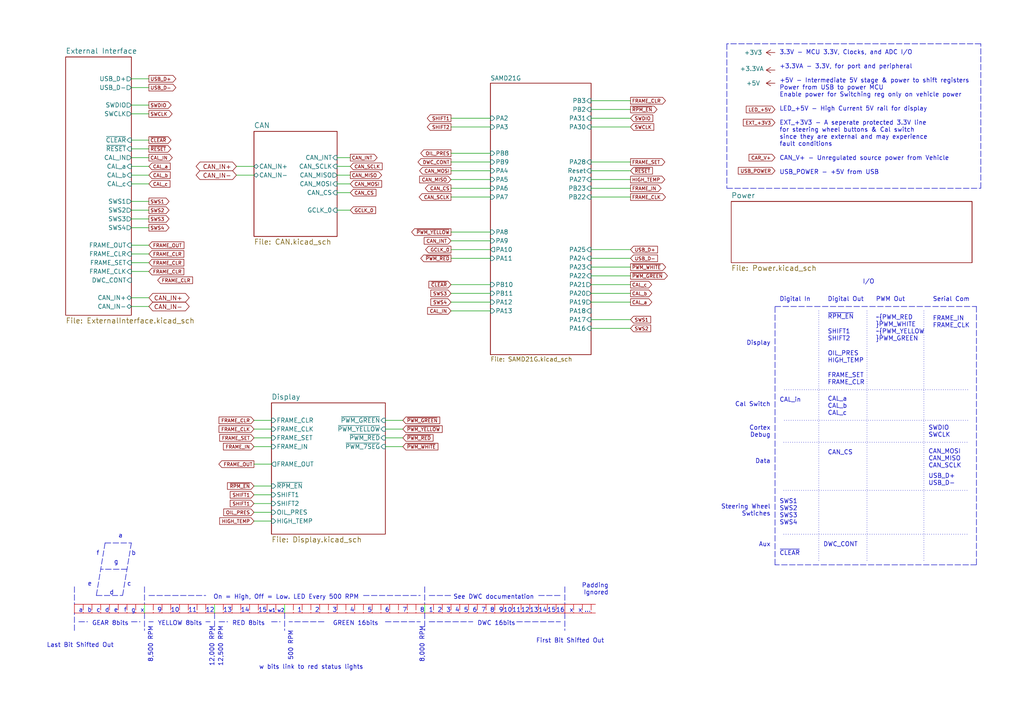
<source format=kicad_sch>
(kicad_sch (version 20211123) (generator eeschema)
  (paper "A4")
  (lib_symbols
    (symbol "power:+3.3V" (power) (pin_names (offset 0))
      (property "Value" "+3.3V" (at 0 3.556 0))
      (symbol "+3.3V_0_1"
        (polyline (pts (xy -0.762 1.27) (xy 0 2.54)))
        (polyline (pts (xy 0 0) (xy 0 2.54)))
        (polyline (pts (xy 0 2.54) (xy 0.762 1.27)))
      )
      (symbol "+3.3V_1_1"
        (pin power_in line (at 0 0 90) (length 0) hide (name "+3V3") (number "1"))
      )
    )
    (symbol "power:+3.3VA" (power) (pin_names (offset 0))
      (property "Value" "+3.3VA" (at 0 3.556 0))
      (symbol "+3.3VA_0_1"
        (polyline (pts (xy -0.762 1.27) (xy 0 2.54)))
        (polyline (pts (xy 0 0) (xy 0 2.54)))
        (polyline (pts (xy 0 2.54) (xy 0.762 1.27)))
      )
      (symbol "+3.3VA_1_1"
        (pin power_in line (at 0 0 90) (length 0) hide (name "+3.3VA") (number "1"))
      )
    )
    (symbol "power:+5V" (power) (pin_names (offset 0))
      (property "Value" "+5V" (at 0 3.556 0))
      (symbol "+5V_0_1"
        (polyline (pts (xy -0.762 1.27) (xy 0 2.54)))
        (polyline (pts (xy 0 0) (xy 0 2.54)))
        (polyline (pts (xy 0 2.54) (xy 0.762 1.27)))
      )
      (symbol "+5V_1_1"
        (pin power_in line (at 0 0 90) (length 0) hide (name "+5V") (number "1"))
      )
    )
  )
  (polyline (pts (xy 227.33 142.24) (xy 280.67 142.24)) (stroke (width 0) (type dot)))
  (wire (pts (xy 171.45 54.61) (xy 182.88 54.61)))
  (polyline (pts (xy 166.37 175.26) (xy 166.37 177.8)) (stroke (width 0) (color 194 0 9 1)))
  (polyline (pts (xy 123.19 175.26) (xy 123.19 177.8)) (stroke (width 0) (type solid) (color 0 255 0 1)))
  (polyline (pts (xy 41.91 170.18) (xy 41.91 175.26)))
  (wire (pts (xy 38.1 78.74) (xy 43.18 78.74)))
  (polyline (pts (xy 124.46 172.72) (xy 130.81 172.72)))
  (wire (pts (xy 38.1 71.12) (xy 43.18 71.12)))
  (wire (pts (xy 97.79 53.34) (xy 101.6 53.34)))
  (polyline (pts (xy 21.59 175.26) (xy 21.59 177.8)) (stroke (width 0) (type solid) (color 194 0 9 1)))
  (polyline (pts (xy 158.75 175.26) (xy 158.75 177.8)) (stroke (width 0) (color 194 0 9 1)))
  (polyline (pts (xy 138.43 175.26) (xy 138.43 177.8)) (stroke (width 0) (color 194 0 9 1)))
  (polyline (pts (xy 115.57 175.26) (xy 115.57 177.8)) (stroke (width 0) (color 194 0 9 1)))
  (wire (pts (xy 130.81 36.83) (xy 142.24 36.83)))
  (wire (pts (xy 38.1 76.2) (xy 43.18 76.2)))
  (polyline (pts (xy 80.01 175.26) (xy 80.01 177.8)) (stroke (width 0) (color 194 0 9 1)))
  (wire (pts (xy 97.79 48.26) (xy 101.6 48.26)))
  (polyline (pts (xy 163.83 177.8) (xy 163.83 182.88)))
  (polyline (pts (xy 92.71 175.26) (xy 92.71 177.8)) (stroke (width 0) (color 194 0 9 1)))
  (wire (pts (xy 171.45 82.55) (xy 182.88 82.55)))
  (polyline (pts (xy 36.83 165.1) (xy 29.21 165.1)))
  (polyline (pts (xy 44.45 175.26) (xy 44.45 177.8)) (stroke (width 0) (color 194 0 9 1)))
  (wire (pts (xy 38.1 73.66) (xy 43.18 73.66)))
  (polyline (pts (xy 30.48 157.48) (xy 27.94 172.72)))
  (wire (pts (xy 73.66 129.54) (xy 78.74 129.54)))
  (polyline (pts (xy 30.48 157.48) (xy 38.1 157.48)))
  (polyline (pts (xy 227.33 154.94) (xy 280.67 154.94)) (stroke (width 0) (type dot)))
  (polyline (pts (xy 57.15 175.26) (xy 57.15 177.8)) (stroke (width 0) (color 194 0 9 1)))
  (polyline (pts (xy 46.99 175.26) (xy 46.99 177.8)) (stroke (width 0) (color 194 0 9 1)))
  (polyline (pts (xy 227.33 128.27) (xy 280.67 128.27)) (stroke (width 0) (type dot)))
  (wire (pts (xy 130.81 54.61) (xy 142.24 54.61)))
  (wire (pts (xy 130.81 85.09) (xy 142.24 85.09)))
  (wire (pts (xy 38.1 60.96) (xy 43.18 60.96)))
  (polyline (pts (xy 43.18 180.34) (xy 44.45 180.34)))
  (polyline (pts (xy 54.61 175.26) (xy 54.61 177.8)) (stroke (width 0) (color 194 0 9 1)))
  (wire (pts (xy 38.1 40.64) (xy 43.18 40.64)))
  (polyline (pts (xy 34.29 175.26) (xy 34.29 177.8)) (stroke (width 0) (color 194 0 9 1)))
  (wire (pts (xy 73.66 148.59) (xy 78.74 148.59)))
  (polyline (pts (xy 21.59 170.18) (xy 21.59 175.26)))
  (wire (pts (xy 97.79 45.72) (xy 101.6 45.72)))
  (polyline (pts (xy 110.49 175.26) (xy 110.49 177.8)) (stroke (width 0) (color 194 0 9 1)))
  (polyline (pts (xy 29.21 175.26) (xy 29.21 177.8)) (stroke (width 0) (color 194 0 9 1)))
  (polyline (pts (xy 156.21 172.72) (xy 162.56 172.72)))
  (polyline (pts (xy 283.21 163.83) (xy 224.79 163.83)))
  (polyline (pts (xy 237.49 90.17) (xy 237.49 162.56)) (stroke (width 0) (type dot)))
  (wire (pts (xy 38.1 63.5) (xy 43.18 63.5)))
  (wire (pts (xy 171.45 92.71) (xy 182.88 92.71)))
  (polyline (pts (xy 130.81 175.26) (xy 130.81 177.8)) (stroke (width 0) (color 194 0 9 1)))
  (wire (pts (xy 171.45 36.83) (xy 182.88 36.83)))
  (polyline (pts (xy 78.74 180.34) (xy 81.28 180.34)))
  (wire (pts (xy 171.45 49.53) (xy 182.88 49.53)))
  (polyline (pts (xy 59.69 180.34) (xy 60.96 180.34)))
  (polyline (pts (xy 87.63 175.26) (xy 87.63 177.8)) (stroke (width 0) (color 194 0 9 1)))
  (polyline (pts (xy 280.67 113.03) (xy 227.33 113.03)) (stroke (width 0) (type dot)))
  (wire (pts (xy 171.45 52.07) (xy 182.88 52.07)))
  (polyline (pts (xy 72.39 175.26) (xy 72.39 177.8)) (stroke (width 0) (color 194 0 9 1)))
  (polyline (pts (xy 26.67 175.26) (xy 26.67 177.8)) (stroke (width 0) (color 194 0 9 1)))
  (polyline (pts (xy 49.53 175.26) (xy 49.53 177.8)) (stroke (width 0) (color 194 0 9 1)))
  (wire (pts (xy 130.81 67.31) (xy 142.24 67.31)))
  (wire (pts (xy 171.45 85.09) (xy 182.88 85.09)))
  (wire (pts (xy 171.45 80.01) (xy 182.88 80.01)))
  (polyline (pts (xy 100.33 175.26) (xy 100.33 177.8)) (stroke (width 0) (color 194 0 9 1)))
  (wire (pts (xy 97.79 55.88) (xy 101.6 55.88)))
  (polyline (pts (xy 210.82 12.7) (xy 210.82 54.61)))
  (polyline (pts (xy 120.65 175.26) (xy 120.65 177.8)) (stroke (width 0) (color 194 0 9 1)))
  (polyline (pts (xy 63.5 180.34) (xy 66.04 180.34)))
  (polyline (pts (xy 210.82 54.61) (xy 284.48 54.61)))
  (polyline (pts (xy 82.55 177.8) (xy 82.55 182.88)))
  (polyline (pts (xy 163.83 175.26) (xy 163.83 177.8)) (stroke (width 0) (type solid) (color 194 0 9 1)))
  (wire (pts (xy 38.1 53.34) (xy 43.18 53.34)))
  (wire (pts (xy 130.81 74.93) (xy 142.24 74.93)))
  (polyline (pts (xy 224.79 163.83) (xy 224.79 88.9)))
  (polyline (pts (xy 90.17 175.26) (xy 90.17 177.8)) (stroke (width 0) (color 194 0 9 1)))
  (polyline (pts (xy 27.94 172.72) (xy 35.56 172.72)))
  (wire (pts (xy 171.45 87.63) (xy 182.88 87.63)))
  (polyline (pts (xy 151.13 175.26) (xy 151.13 177.8)) (stroke (width 0) (color 194 0 9 1)))
  (polyline (pts (xy 52.07 175.26) (xy 52.07 177.8)) (stroke (width 0) (color 194 0 9 1)))
  (wire (pts (xy 38.1 50.8) (xy 43.18 50.8)))
  (wire (pts (xy 130.81 34.29) (xy 142.24 34.29)))
  (wire (pts (xy 38.1 45.72) (xy 43.18 45.72)))
  (polyline (pts (xy 267.97 90.17) (xy 267.97 162.56)) (stroke (width 0) (type dot)))
  (wire (pts (xy 111.76 127) (xy 116.84 127)))
  (polyline (pts (xy 143.51 175.26) (xy 143.51 177.8)) (stroke (width 0) (color 194 0 9 1)))
  (polyline (pts (xy 172.72 175.26) (xy 21.59 175.26)) (stroke (width 0) (type solid) (color 194 0 9 1)))
  (polyline (pts (xy 36.83 175.26) (xy 36.83 177.8)) (stroke (width 0) (color 194 0 9 1)))
  (polyline (pts (xy 69.85 175.26) (xy 69.85 177.8)) (stroke (width 0) (color 194 0 9 1)))
  (wire (pts (xy 38.1 86.36) (xy 43.18 86.36)))
  (wire (pts (xy 73.66 121.92) (xy 78.74 121.92)))
  (wire (pts (xy 111.76 121.92) (xy 116.84 121.92)))
  (polyline (pts (xy 124.46 180.34) (xy 137.16 180.34)))
  (polyline (pts (xy 62.23 175.26) (xy 62.23 177.8)) (stroke (width 0) (type solid) (color 0 255 0 1)))
  (polyline (pts (xy 148.59 175.26) (xy 148.59 177.8)) (stroke (width 0) (color 194 0 9 1)))
  (polyline (pts (xy 118.11 175.26) (xy 118.11 177.8)) (stroke (width 0) (color 194 0 9 1)))
  (polyline (pts (xy 97.79 175.26) (xy 97.79 177.8)) (stroke (width 0) (color 194 0 9 1)))
  (wire (pts (xy 171.45 74.93) (xy 182.88 74.93)))
  (polyline (pts (xy 77.47 175.26) (xy 77.47 177.8)) (stroke (width 0) (color 194 0 9 1)))
  (wire (pts (xy 38.1 30.48) (xy 43.18 30.48)))
  (polyline (pts (xy 74.93 175.26) (xy 74.93 177.8)) (stroke (width 0) (color 194 0 9 1)))
  (polyline (pts (xy 93.98 180.34) (xy 83.82 180.34)))
  (wire (pts (xy 73.66 124.46) (xy 78.74 124.46)))
  (wire (pts (xy 38.1 43.18) (xy 43.18 43.18)))
  (polyline (pts (xy 133.35 175.26) (xy 133.35 177.8)) (stroke (width 0) (color 194 0 9 1)))
  (wire (pts (xy 171.45 46.99) (xy 182.88 46.99)))
  (polyline (pts (xy 149.86 180.34) (xy 162.56 180.34)))
  (polyline (pts (xy 22.86 180.34) (xy 25.4 180.34)))
  (polyline (pts (xy 59.69 175.26) (xy 59.69 177.8)) (stroke (width 0) (color 194 0 9 1)))
  (polyline (pts (xy 153.67 175.26) (xy 153.67 177.8)) (stroke (width 0) (color 194 0 9 1)))
  (polyline (pts (xy 102.87 175.26) (xy 102.87 177.8)) (stroke (width 0) (color 194 0 9 1)))
  (wire (pts (xy 73.66 143.51) (xy 78.74 143.51)))
  (polyline (pts (xy 41.91 175.26) (xy 41.91 177.8)) (stroke (width 0) (type solid) (color 0 255 0 1)))
  (wire (pts (xy 73.66 127) (xy 78.74 127)))
  (polyline (pts (xy 24.13 175.26) (xy 24.13 177.8)) (stroke (width 0) (color 194 0 9 1)))
  (wire (pts (xy 38.1 66.04) (xy 43.18 66.04)))
  (wire (pts (xy 73.66 146.05) (xy 78.74 146.05)))
  (wire (pts (xy 97.79 50.8) (xy 101.6 50.8)))
  (wire (pts (xy 68.58 50.8) (xy 73.66 50.8)))
  (polyline (pts (xy 123.19 170.18) (xy 123.19 175.26)))
  (wire (pts (xy 68.58 48.26) (xy 73.66 48.26)))
  (polyline (pts (xy 156.21 175.26) (xy 156.21 177.8)) (stroke (width 0) (color 194 0 9 1)))
  (wire (pts (xy 38.1 58.42) (xy 43.18 58.42)))
  (polyline (pts (xy 161.29 175.26) (xy 161.29 177.8)) (stroke (width 0) (color 194 0 9 1)))
  (wire (pts (xy 73.66 134.62) (xy 78.74 134.62)))
  (wire (pts (xy 111.76 129.54) (xy 116.84 129.54)))
  (polyline (pts (xy 146.05 175.26) (xy 146.05 177.8)) (stroke (width 0) (color 194 0 9 1)))
  (wire (pts (xy 97.79 60.96) (xy 101.6 60.96)))
  (polyline (pts (xy 64.77 175.26) (xy 64.77 177.8)) (stroke (width 0) (color 194 0 9 1)))
  (polyline (pts (xy 105.41 175.26) (xy 105.41 177.8)) (stroke (width 0) (color 194 0 9 1)))
  (wire (pts (xy 73.66 151.13) (xy 78.74 151.13)))
  (wire (pts (xy 171.45 34.29) (xy 182.88 34.29)))
  (wire (pts (xy 171.45 29.21) (xy 182.88 29.21)))
  (wire (pts (xy 38.1 25.4) (xy 43.18 25.4)))
  (wire (pts (xy 171.45 57.15) (xy 182.88 57.15)))
  (wire (pts (xy 111.76 124.46) (xy 116.84 124.46)))
  (polyline (pts (xy 38.1 157.48) (xy 35.56 172.72)))
  (polyline (pts (xy 171.45 175.26) (xy 171.45 177.8)) (stroke (width 0) (color 194 0 9 1)))
  (wire (pts (xy 130.81 52.07) (xy 142.24 52.07)))
  (wire (pts (xy 130.81 49.53) (xy 142.24 49.53)))
  (polyline (pts (xy 284.48 12.7) (xy 210.82 12.7)))
  (wire (pts (xy 130.81 57.15) (xy 142.24 57.15)))
  (polyline (pts (xy 67.31 175.26) (xy 67.31 177.8)) (stroke (width 0) (color 194 0 9 1)))
  (polyline (pts (xy 172.72 177.8) (xy 21.59 177.8)) (stroke (width 0) (type solid) (color 194 0 9 1)))
  (polyline (pts (xy 113.03 175.26) (xy 113.03 177.8)) (stroke (width 0) (color 194 0 9 1)))
  (polyline (pts (xy 39.37 175.26) (xy 39.37 177.8)) (stroke (width 0) (color 194 0 9 1)))
  (wire (pts (xy 130.81 72.39) (xy 142.24 72.39)))
  (wire (pts (xy 130.81 87.63) (xy 142.24 87.63)))
  (polyline (pts (xy 224.79 88.9) (xy 283.21 88.9)))
  (wire (pts (xy 130.81 82.55) (xy 142.24 82.55)))
  (wire (pts (xy 38.1 22.86) (xy 43.18 22.86)))
  (polyline (pts (xy 128.27 175.26) (xy 128.27 177.8)) (stroke (width 0) (color 194 0 9 1)))
  (wire (pts (xy 171.45 31.75) (xy 182.88 31.75)))
  (polyline (pts (xy 111.76 180.34) (xy 121.92 180.34)))
  (wire (pts (xy 130.81 44.45) (xy 142.24 44.45)))
  (polyline (pts (xy 135.89 175.26) (xy 135.89 177.8)) (stroke (width 0) (color 194 0 9 1)))
  (wire (pts (xy 130.81 46.99) (xy 142.24 46.99)))
  (polyline (pts (xy 283.21 88.9) (xy 283.21 163.83)))
  (polyline (pts (xy 41.91 177.8) (xy 41.91 182.88)))
  (polyline (pts (xy 82.55 175.26) (xy 82.55 177.8)) (stroke (width 0) (type solid) (color 0 255 0 1)))
  (polyline (pts (xy 31.75 175.26) (xy 31.75 177.8)) (stroke (width 0) (color 194 0 9 1)))
  (polyline (pts (xy 163.83 170.18) (xy 163.83 175.26)))
  (polyline (pts (xy 62.23 177.8) (xy 62.23 182.88)))
  (wire (pts (xy 38.1 33.02) (xy 43.18 33.02)))
  (polyline (pts (xy 280.67 121.92) (xy 227.33 121.92)) (stroke (width 0) (type dot)))
  (polyline (pts (xy 125.73 175.26) (xy 125.73 177.8)) (stroke (width 0) (color 194 0 9 1)))
  (polyline (pts (xy 168.91 175.26) (xy 168.91 177.8)) (stroke (width 0) (color 194 0 9 1)))
  (wire (pts (xy 130.81 90.17) (xy 142.24 90.17)))
  (polyline (pts (xy 123.19 177.8) (xy 123.19 182.88)))
  (polyline (pts (xy 21.59 182.88) (xy 21.59 177.8)))
  (polyline (pts (xy 251.46 90.17) (xy 251.46 162.56)) (stroke (width 0) (type dot)))
  (wire (pts (xy 171.45 72.39) (xy 182.88 72.39)))
  (wire (pts (xy 38.1 88.9) (xy 43.18 88.9)))
  (polyline (pts (xy 107.95 175.26) (xy 107.95 177.8)) (stroke (width 0) (color 194 0 9 1)))
  (polyline (pts (xy 95.25 175.26) (xy 95.25 177.8)) (stroke (width 0) (color 194 0 9 1)))
  (wire (pts (xy 73.66 140.97) (xy 78.74 140.97)))
  (wire (pts (xy 171.45 95.25) (xy 182.88 95.25)))
  (polyline (pts (xy 140.97 175.26) (xy 140.97 177.8)) (stroke (width 0) (color 194 0 9 1)))
  (polyline (pts (xy 85.09 175.26) (xy 85.09 177.8)) (stroke (width 0) (color 194 0 9 1)))
  (polyline (pts (xy 284.48 54.61) (xy 284.48 12.7)))
  (polyline (pts (xy 43.18 172.72) (xy 59.69 172.72)))
  (wire (pts (xy 171.45 77.47) (xy 182.88 77.47)))
  (polyline (pts (xy 105.41 172.72) (xy 121.92 172.72)))
  (polyline (pts (xy 38.1 180.34) (xy 40.64 180.34)))
  (wire (pts (xy 38.1 48.26) (xy 43.18 48.26)))
  (wire (pts (xy 130.81 69.85) (xy 142.24 69.85)))
  (text "~{RPM_EN}" (at 240.03 92.71 0) (effects (font (size 1.27 1.27)) (justify left bottom)))
  (text "CAL_in" (at 226.06 116.84 0) (effects (font (size 1.27 1.27)) (justify left bottom)))
  (text "12,000 RPM" (at 62.23 181.61 270) (effects (font (size 1.27 1.27)) (justify right bottom)))
  (text "Display" (at 223.52 100.33 180) (effects (font (size 1.27 1.27)) (justify right bottom)))
  (text "w2" (at 82.55 177.8 180) (effects (font (size 0.9906 0.9906)) (justify right bottom)))
  (text "5" (at 135.89 177.8 180) (effects (font (size 1.27 1.27)) (justify right bottom)))
  (text "~{CLEAR}" (at 226.06 161.29 0) (effects (font (size 1.27 1.27)) (justify left bottom)))
  (text "w1" (at 80.01 177.8 180) (effects (font (size 0.9906 0.9906)) (justify right bottom)))
  (text "GEAR 8bits" (at 26.67 181.61 0) (effects (font (size 1.27 1.27)) (justify left bottom)))
  (text "a" (at 34.29 156.21 0) (effects (font (size 1.27 1.27)) (justify left bottom)))
  (text "4" (at 133.35 177.8 180) (effects (font (size 1.27 1.27)) (justify right bottom)))
  (text "See DWC documentation" (at 154.94 173.99 180) (effects (font (size 1.27 1.27)) (justify right bottom)))
  (text "c" (at 29.21 177.8 180) (effects (font (size 1.27 1.27)) (justify right bottom)))
  (text "DWC 16bits" (at 138.43 181.61 0) (effects (font (size 1.27 1.27)) (justify left bottom)))
  (text "DWC_CONT" (at 238.76 158.75 0) (effects (font (size 1.27 1.27)) (justify left bottom)))
  (text "500 RPM" (at 85.09 182.88 270) (effects (font (size 1.27 1.27)) (justify right bottom)))
  (text "11" (at 151.13 177.8 180) (effects (font (size 1.27 1.27)) (justify right bottom)))
  (text "3.3V - MCU 3.3V, Clocks, and ADC I/O \n\n+3.3VA - 3.3V, for port and peripheral\n\n+5V - Intermediate 5V stage & power to shift registers\nPower from USB to power MCU\nEnable power for Switching reg only on vehicle power\n\nLED_+5V - High Current 5V rail for display\n\nEXT_+3V3 - A seperate protected 3.3V line \nfor steering wheel buttons & Cal switch\nsince they are external and may experience\nfault conditions\n\nCAN_V+ - Unregulated source power from Vehicle\n\nUSB_POWER - +5V from USB" (at 226.06 50.8 0) (effects (font (size 1.27 1.27)) (justify left bottom)))
  (text "e" (at 34.29 177.8 180) (effects (font (size 1.27 1.27)) (justify right bottom)))
  (text "Data" (at 223.52 134.62 180) (effects (font (size 1.27 1.27)) (justify right bottom)))
  (text "~{PWM_RED\n}PWM_WHITE\n~{PWM_YELLOW\n}PWM_GREEN" (at 254 99.06 0) (effects (font (size 1.27 1.27)) (justify left bottom)))
  (text "x" (at 166.37 177.8 180) (effects (font (size 1.27 1.27)) (justify right bottom)))
  (text "g" (at 33.02 163.83 0) (effects (font (size 1.27 1.27)) (justify left bottom)))
  (text "Padding\nIgnored" (at 176.53 172.72 180) (effects (font (size 1.27 1.27)) (justify right bottom)))
  (text "g" (at 39.37 177.8 180) (effects (font (size 1.27 1.27)) (justify right bottom)))
  (text "15" (at 77.47 177.8 180) (effects (font (size 1.27 1.27)) (justify right bottom)))
  (text "d" (at 31.75 172.72 0) (effects (font (size 1.27 1.27)) (justify left bottom)))
  (text "5" (at 107.95 177.8 180) (effects (font (size 1.27 1.27)) (justify right bottom)))
  (text "2" (at 92.71 177.8 180) (effects (font (size 1.27 1.27)) (justify right bottom)))
  (text "1" (at 87.63 177.8 180) (effects (font (size 1.27 1.27)) (justify right bottom)))
  (text "Serial Com" (at 270.51 87.63 0) (effects (font (size 1.27 1.27)) (justify left bottom)))
  (text "YELLOW 8bits" (at 45.72 181.61 0) (effects (font (size 1.27 1.27)) (justify left bottom)))
  (text "13" (at 67.31 177.8 180) (effects (font (size 1.27 1.27)) (justify right bottom)))
  (text "b" (at 26.67 177.8 180) (effects (font (size 1.27 1.27)) (justify right bottom)))
  (text "11" (at 57.15 177.8 180) (effects (font (size 1.27 1.27)) (justify right bottom)))
  (text "12" (at 153.67 177.8 180) (effects (font (size 1.27 1.27)) (justify right bottom)))
  (text "SHIFT1\nSHIFT2" (at 240.03 99.06 0) (effects (font (size 1.27 1.27)) (justify left bottom)))
  (text "3" (at 97.79 177.8 180) (effects (font (size 1.27 1.27)) (justify right bottom)))
  (text "9" (at 146.05 177.8 180) (effects (font (size 1.27 1.27)) (justify right bottom)))
  (text "First Bit Shifted Out" (at 175.26 186.69 180) (effects (font (size 1.27 1.27)) (justify right bottom)))
  (text "SWDIO\nSWCLK" (at 269.24 127 0) (effects (font (size 1.27 1.27)) (justify left bottom)))
  (text "12" (at 62.23 177.8 180) (effects (font (size 1.27 1.27)) (justify right bottom)))
  (text "Steering Wheel\nSwtiches" (at 223.52 149.86 180) (effects (font (size 1.27 1.27)) (justify right bottom)))
  (text "w bits link to red status lights" (at 105.41 194.31 180) (effects (font (size 1.27 1.27)) (justify right bottom)))
  (text "PWM Out" (at 254 87.63 0) (effects (font (size 1.27 1.27)) (justify left bottom)))
  (text "Digital Out" (at 240.03 87.63 0) (effects (font (size 1.27 1.27)) (justify left bottom)))
  (text "Cortex\nDebug" (at 223.52 127 180) (effects (font (size 1.27 1.27)) (justify right bottom)))
  (text "8" (at 143.51 177.8 180) (effects (font (size 1.27 1.27)) (justify right bottom)))
  (text "RED 8bits" (at 67.31 181.61 0) (effects (font (size 1.27 1.27)) (justify left bottom)))
  (text "FRAME_IN\nFRAME_CLK" (at 270.51 95.25 0) (effects (font (size 1.27 1.27)) (justify left bottom)))
  (text "8,500 RPM" (at 44.45 181.61 270) (effects (font (size 1.27 1.27)) (justify right bottom)))
  (text "CAN_MOSI\nCAN_MISO\nCAN_SCLK" (at 269.24 135.89 0) (effects (font (size 1.27 1.27)) (justify left bottom)))
  (text "8" (at 123.19 177.8 180) (effects (font (size 1.27 1.27)) (justify right bottom)))
  (text "8,000 RPM" (at 123.19 181.61 270) (effects (font (size 1.27 1.27)) (justify right bottom)))
  (text "OIL_PRES\nHIGH_TEMP" (at 240.03 105.41 0) (effects (font (size 1.27 1.27)) (justify left bottom)))
  (text "1" (at 125.73 177.8 180) (effects (font (size 1.27 1.27)) (justify right bottom)))
  (text "d" (at 31.75 177.8 180) (effects (font (size 1.27 1.27)) (justify right bottom)))
  (text "USB_D+\nUSB_D-" (at 269.24 140.97 0) (effects (font (size 1.27 1.27)) (justify left bottom)))
  (text "9" (at 46.99 177.8 180) (effects (font (size 1.27 1.27)) (justify right bottom)))
  (text "Digital In" (at 226.06 87.63 0) (effects (font (size 1.27 1.27)) (justify left bottom)))
  (text "CAL_a\nCAL_b\nCAL_c" (at 240.03 120.65 0) (effects (font (size 1.27 1.27)) (justify left bottom)))
  (text "x" (at 41.91 177.8 180) (effects (font (size 1.27 1.27)) (justify right bottom)))
  (text "FRAME_SET\nFRAME_CLR" (at 240.03 111.76 0) (effects (font (size 1.27 1.27)) (justify left bottom)))
  (text "f" (at 27.94 161.29 0) (effects (font (size 1.27 1.27)) (justify left bottom)))
  (text "10" (at 52.07 177.8 180) (effects (font (size 1.27 1.27)) (justify right bottom)))
  (text "c" (at 36.83 170.18 0) (effects (font (size 1.27 1.27)) (justify left bottom)))
  (text "13" (at 156.21 177.8 180) (effects (font (size 1.27 1.27)) (justify right bottom)))
  (text "SWS1\nSWS2\nSWS3\nSWS4" (at 226.06 152.4 0) (effects (font (size 1.27 1.27)) (justify left bottom)))
  (text "6" (at 113.03 177.8 180) (effects (font (size 1.27 1.27)) (justify right bottom)))
  (text "f" (at 36.83 177.8 180) (effects (font (size 1.27 1.27)) (justify right bottom)))
  (text "GREEN 16bits" (at 96.52 181.61 0) (effects (font (size 1.27 1.27)) (justify left bottom)))
  (text "6" (at 138.43 177.8 180) (effects (font (size 1.27 1.27)) (justify right bottom)))
  (text "7" (at 118.11 177.8 180) (effects (font (size 1.27 1.27)) (justify right bottom)))
  (text "10" (at 148.59 177.8 180) (effects (font (size 1.27 1.27)) (justify right bottom)))
  (text "Last Bit Shifted Out" (at 33.02 187.96 180) (effects (font (size 1.27 1.27)) (justify right bottom)))
  (text "14" (at 158.75 177.8 180) (effects (font (size 1.27 1.27)) (justify right bottom)))
  (text "CAN_CS" (at 240.03 132.08 0) (effects (font (size 1.27 1.27)) (justify left bottom)))
  (text "x" (at 168.91 177.8 180) (effects (font (size 1.27 1.27)) (justify right bottom)))
  (text "I/O" (at 250.19 82.55 0) (effects (font (size 1.27 1.27)) (justify left bottom)))
  (text "3" (at 130.81 177.8 180) (effects (font (size 1.27 1.27)) (justify right bottom)))
  (text "..." (at 171.45 177.8 180) (effects (font (size 1.27 1.27)) (justify right bottom)))
  (text "15" (at 161.29 177.8 180) (effects (font (size 1.27 1.27)) (justify right bottom)))
  (text "Aux" (at 223.52 158.75 180) (effects (font (size 1.27 1.27)) (justify right bottom)))
  (text "Cal Switch" (at 223.52 118.11 180) (effects (font (size 1.27 1.27)) (justify right bottom)))
  (text "a" (at 24.13 177.8 180) (effects (font (size 1.27 1.27)) (justify right bottom)))
  (text "4" (at 102.87 177.8 180) (effects (font (size 1.27 1.27)) (justify right bottom)))
  (text "e" (at 25.4 170.18 0) (effects (font (size 1.27 1.27)) (justify left bottom)))
  (text "16" (at 163.83 177.8 180) (effects (font (size 1.27 1.27)) (justify right bottom)))
  (text "On = High, Off = Low. LED Every 500 RPM" (at 104.14 173.99 180) (effects (font (size 1.27 1.27)) (justify right bottom)))
  (text "2" (at 128.27 177.8 180) (effects (font (size 1.27 1.27)) (justify right bottom)))
  (text "7" (at 140.97 177.8 180) (effects (font (size 1.27 1.27)) (justify right bottom)))
  (text "12,500 RPM" (at 64.77 181.61 270) (effects (font (size 1.27 1.27)) (justify right bottom)))
  (text "b" (at 38.1 161.29 0) (effects (font (size 1.27 1.27)) (justify left bottom)))
  (text "14" (at 72.39 177.8 180) (effects (font (size 1.27 1.27)) (justify right bottom)))
  (global_label "CAN_CS" (shape output) (at 130.81 54.61 180) (effects (font (size 0.9906 0.9906))) (property "Intersheet References" "${INTERSHEET_REFS}" (effects hide)))
  (global_label "CAL_IN" (shape output) (at 43.18 45.72 0) (effects (font (size 0.9906 0.9906))) (property "Intersheet References" "${INTERSHEET_REFS}" (effects hide)))
  (global_label "CAN_IN+" (shape bidirectional) (at 68.58 48.26 180) (property "Intersheet References" "${INTERSHEET_REFS}" (effects hide)))
  (global_label "SHIFT1" (shape input) (at 73.66 143.51 180) (effects (font (size 0.9906 0.9906))) (property "Intersheet References" "${INTERSHEET_REFS}" (effects hide)))
  (global_label "SWDIO" (shape output) (at 43.18 30.48 0) (effects (font (size 0.9906 0.9906))) (property "Intersheet References" "${INTERSHEET_REFS}" (effects hide)))
  (global_label "CAN_MISO" (shape output) (at 101.6 50.8 0) (effects (font (size 0.9906 0.9906))) (property "Intersheet References" "${INTERSHEET_REFS}" (effects hide)))
  (global_label "FRAME_CLR" (shape input) (at 43.18 78.74 0) (effects (font (size 0.9906 0.9906))) (property "Intersheet References" "${INTERSHEET_REFS}" (effects hide)))
  (global_label "CAN_MOSI" (shape output) (at 130.81 49.53 180) (effects (font (size 0.9906 0.9906))) (property "Intersheet References" "${INTERSHEET_REFS}" (effects hide)))
  (global_label "~{PWM_GREEN}" (shape output) (at 182.88 80.01 0) (effects (font (size 0.9906 0.9906))) (property "Intersheet References" "${INTERSHEET_REFS}" (effects hide)))
  (global_label "SWCLK" (shape output) (at 43.18 33.02 0) (effects (font (size 0.9906 0.9906))) (property "Intersheet References" "${INTERSHEET_REFS}" (effects hide)))
  (global_label "SHIFT2" (shape output) (at 130.81 36.83 180) (effects (font (size 0.9906 0.9906))) (property "Intersheet References" "${INTERSHEET_REFS}" (effects hide)))
  (global_label "SHIFT1" (shape input) (at 73.66 146.05 180) (effects (font (size 0.9906 0.9906))) (property "Intersheet References" "${INTERSHEET_REFS}" (effects hide)))
  (global_label "CAL_a" (shape input) (at 43.18 48.26 0) (effects (font (size 0.9906 0.9906))) (property "Intersheet References" "${INTERSHEET_REFS}" (effects hide)))
  (global_label "~{PWM_WHITE}" (shape output) (at 182.88 77.47 0) (effects (font (size 0.9906 0.9906))) (property "Intersheet References" "${INTERSHEET_REFS}" (effects hide)))
  (global_label "HIGH_TEMP" (shape input) (at 73.66 151.13 180) (effects (font (size 0.9906 0.9906))) (property "Intersheet References" "${INTERSHEET_REFS}" (effects hide)))
  (global_label "SWS4" (shape output) (at 43.18 66.04 0) (effects (font (size 0.9906 0.9906))) (property "Intersheet References" "${INTERSHEET_REFS}" (effects hide)))
  (global_label "~{RPM_EN}" (shape output) (at 182.88 31.75 0) (effects (font (size 0.9906 0.9906))) (property "Intersheet References" "${INTERSHEET_REFS}" (effects hide)))
  (global_label "CAN_IN-" (shape bidirectional) (at 68.58 50.8 180) (property "Intersheet References" "${INTERSHEET_REFS}" (effects hide)))
  (global_label "~{CLEAR}" (shape output) (at 43.18 40.64 0) (effects (font (size 0.9906 0.9906))) (property "Intersheet References" "${INTERSHEET_REFS}" (effects hide)))
  (global_label "USB_D+" (shape input) (at 182.88 72.39 0) (effects (font (size 0.9906 0.9906))) (property "Intersheet References" "${INTERSHEET_REFS}" (effects hide)))
  (global_label "CAL_IN" (shape input) (at 130.81 90.17 180) (effects (font (size 0.9906 0.9906))) (property "Intersheet References" "${INTERSHEET_REFS}" (effects hide)))
  (global_label "GCLK_0" (shape output) (at 130.81 72.39 180) (effects (font (size 0.9906 0.9906))) (property "Intersheet References" "${INTERSHEET_REFS}" (effects hide)))
  (global_label "USB_D-" (shape output) (at 43.18 25.4 0) (effects (font (size 0.9906 0.9906))) (property "Intersheet References" "${INTERSHEET_REFS}" (effects hide)))
  (global_label "SWCLK" (shape input) (at 182.88 36.83 0) (effects (font (size 0.9906 0.9906))) (property "Intersheet References" "${INTERSHEET_REFS}" (effects hide)))
  (global_label "LED_+5V" (shape input) (at 224.79 31.75 180) (effects (font (size 0.9906 0.9906))) (property "Intersheet References" "${INTERSHEET_REFS}" (effects hide)))
  (global_label "~{PWM_GREEN}" (shape input) (at 116.84 121.92 0) (effects (font (size 0.9906 0.9906))) (property "Intersheet References" "${INTERSHEET_REFS}" (effects hide)))
  (global_label "CAN_IN+" (shape bidirectional) (at 43.18 86.36 0) (property "Intersheet References" "${INTERSHEET_REFS}" (effects hide)))
  (global_label "FRAME_SET" (shape output) (at 182.88 46.99 0) (effects (font (size 0.9906 0.9906))) (property "Intersheet References" "${INTERSHEET_REFS}" (effects hide)))
  (global_label "SWS1" (shape input) (at 182.88 92.71 0) (effects (font (size 0.9906 0.9906))) (property "Intersheet References" "${INTERSHEET_REFS}" (effects hide)))
  (global_label "SWS3" (shape output) (at 43.18 63.5 0) (effects (font (size 0.9906 0.9906))) (property "Intersheet References" "${INTERSHEET_REFS}" (effects hide)))
  (global_label "CAL_a" (shape output) (at 182.88 87.63 0) (effects (font (size 0.9906 0.9906))) (property "Intersheet References" "${INTERSHEET_REFS}" (effects hide)))
  (global_label "SWS2" (shape input) (at 182.88 95.25 0) (effects (font (size 0.9906 0.9906))) (property "Intersheet References" "${INTERSHEET_REFS}" (effects hide)))
  (global_label "FRAME_CLR" (shape input) (at 73.66 121.92 180) (effects (font (size 0.9906 0.9906))) (property "Intersheet References" "${INTERSHEET_REFS}" (effects hide)))
  (global_label "FRAME_IN" (shape input) (at 73.66 129.54 180) (effects (font (size 0.9906 0.9906))) (property "Intersheet References" "${INTERSHEET_REFS}" (effects hide)))
  (global_label "~{RPM_EN}" (shape input) (at 73.66 140.97 180) (effects (font (size 0.9906 0.9906))) (property "Intersheet References" "${INTERSHEET_REFS}" (effects hide)))
  (global_label "CAN_CS" (shape input) (at 101.6 55.88 0) (effects (font (size 0.9906 0.9906))) (property "Intersheet References" "${INTERSHEET_REFS}" (effects hide)))
  (global_label "CAN_SCLK" (shape input) (at 101.6 48.26 0) (effects (font (size 0.9906 0.9906))) (property "Intersheet References" "${INTERSHEET_REFS}" (effects hide)))
  (global_label "CAL_b" (shape input) (at 43.18 50.8 0) (effects (font (size 0.9906 0.9906))) (property "Intersheet References" "${INTERSHEET_REFS}" (effects hide)))
  (global_label "SHIFT1" (shape output) (at 130.81 34.29 180) (effects (font (size 0.9906 0.9906))) (property "Intersheet References" "${INTERSHEET_REFS}" (effects hide)))
  (global_label "FRAME_CLK" (shape input) (at 73.66 124.46 180) (effects (font (size 0.9906 0.9906))) (property "Intersheet References" "${INTERSHEET_REFS}" (effects hide)))
  (global_label "~{RESET}" (shape input) (at 182.88 49.53 0) (effects (font (size 0.9906 0.9906))) (property "Intersheet References" "${INTERSHEET_REFS}" (effects hide)))
  (global_label "SWS2" (shape output) (at 43.18 60.96 0) (effects (font (size 0.9906 0.9906))) (property "Intersheet References" "${INTERSHEET_REFS}" (effects hide)))
  (global_label "FRAME_CLK" (shape output) (at 182.88 57.15 0) (effects (font (size 0.9906 0.9906))) (property "Intersheet References" "${INTERSHEET_REFS}" (effects hide)))
  (global_label "HIGH_TEMP" (shape output) (at 182.88 52.07 0) (effects (font (size 0.9906 0.9906))) (property "Intersheet References" "${INTERSHEET_REFS}" (effects hide)))
  (global_label "CAL_c" (shape input) (at 43.18 53.34 0) (effects (font (size 0.9906 0.9906))) (property "Intersheet References" "${INTERSHEET_REFS}" (effects hide)))
  (global_label "CAN_MISO" (shape input) (at 130.81 52.07 180) (effects (font (size 0.9906 0.9906))) (property "Intersheet References" "${INTERSHEET_REFS}" (effects hide)))
  (global_label "CAR_V+" (shape input) (at 224.79 45.72 180) (effects (font (size 0.9906 0.9906))) (property "Intersheet References" "${INTERSHEET_REFS}" (effects hide)))
  (global_label "SWS3" (shape input) (at 130.81 85.09 180) (effects (font (size 0.9906 0.9906))) (property "Intersheet References" "${INTERSHEET_REFS}" (effects hide)))
  (global_label "CAN_INT" (shape output) (at 101.6 45.72 0) (effects (font (size 0.9906 0.9906))) (property "Intersheet References" "${INTERSHEET_REFS}" (effects hide)))
  (global_label "CAN_INT" (shape input) (at 130.81 69.85 180) (effects (font (size 0.9906 0.9906))) (property "Intersheet References" "${INTERSHEET_REFS}" (effects hide)))
  (global_label "OIL_PRES" (shape output) (at 130.81 44.45 180) (effects (font (size 0.9906 0.9906))) (property "Intersheet References" "${INTERSHEET_REFS}" (effects hide)))
  (global_label "~{RESET}" (shape output) (at 43.18 43.18 0) (effects (font (size 0.9906 0.9906))) (property "Intersheet References" "${INTERSHEET_REFS}" (effects hide)))
  (global_label "OIL_PRES" (shape input) (at 73.66 148.59 180) (effects (font (size 0.9906 0.9906))) (property "Intersheet References" "${INTERSHEET_REFS}" (effects hide)))
  (global_label "EXT_+3V3" (shape input) (at 224.79 35.56 180) (effects (font (size 0.9906 0.9906))) (property "Intersheet References" "${INTERSHEET_REFS}" (effects hide)))
  (global_label "FRAME_CLR" (shape output) (at 182.88 29.21 0) (effects (font (size 0.9906 0.9906))) (property "Intersheet References" "${INTERSHEET_REFS}" (effects hide)))
  (global_label "SWS4" (shape input) (at 130.81 87.63 180) (effects (font (size 0.9906 0.9906))) (property "Intersheet References" "${INTERSHEET_REFS}" (effects hide)))
  (global_label "~{PWM_YELLOW}" (shape output) (at 130.81 67.31 180) (effects (font (size 0.9906 0.9906))) (property "Intersheet References" "${INTERSHEET_REFS}" (effects hide)))
  (global_label "FRAME_SET" (shape input) (at 73.66 127 180) (effects (font (size 0.9906 0.9906))) (property "Intersheet References" "${INTERSHEET_REFS}" (effects hide)))
  (global_label "FRAME_IN" (shape output) (at 182.88 54.61 0) (effects (font (size 0.9906 0.9906))) (property "Intersheet References" "${INTERSHEET_REFS}" (effects hide)))
  (global_label "FRAME_OUT" (shape output) (at 73.66 134.62 180) (effects (font (size 0.9906 0.9906))) (property "Intersheet References" "${INTERSHEET_REFS}" (effects hide)))
  (global_label "CAN_MOSI" (shape input) (at 101.6 53.34 0) (effects (font (size 0.9906 0.9906))) (property "Intersheet References" "${INTERSHEET_REFS}" (effects hide)))
  (global_label "USB_D-" (shape input) (at 182.88 74.93 0) (effects (font (size 0.9906 0.9906))) (property "Intersheet References" "${INTERSHEET_REFS}" (effects hide)))
  (global_label "USB_D+" (shape output) (at 43.18 22.86 0) (effects (font (size 0.9906 0.9906))) (property "Intersheet References" "${INTERSHEET_REFS}" (effects hide)))
  (global_label "DWC_CONT" (shape output) (at 130.81 46.99 180) (effects (font (size 0.9906 0.9906))) (property "Intersheet References" "${INTERSHEET_REFS}" (effects hide)))
  (global_label "SWDIO" (shape input) (at 182.88 34.29 0) (effects (font (size 0.9906 0.9906))) (property "Intersheet References" "${INTERSHEET_REFS}" (effects hide)))
  (global_label "FRAME_CLR" (shape input) (at 43.18 73.66 0) (effects (font (size 0.9906 0.9906))) (property "Intersheet References" "${INTERSHEET_REFS}" (effects hide)))
  (global_label "CAN_IN-" (shape bidirectional) (at 43.18 88.9 0) (property "Intersheet References" "${INTERSHEET_REFS}" (effects hide)))
  (global_label "~{PWM_YELLOW}" (shape input) (at 116.84 124.46 0) (effects (font (size 0.9906 0.9906))) (property "Intersheet References" "${INTERSHEET_REFS}" (effects hide)))
  (global_label "CAL_c" (shape output) (at 182.88 82.55 0) (effects (font (size 0.9906 0.9906))) (property "Intersheet References" "${INTERSHEET_REFS}" (effects hide)))
  (global_label "FRAME_CLR" (shape input) (at 45.72 81.28 0) (effects (font (size 0.9906 0.9906))) (property "Intersheet References" "${INTERSHEET_REFS}" (effects hide)))
  (global_label "CAL_b" (shape output) (at 182.88 85.09 0) (effects (font (size 0.9906 0.9906))) (property "Intersheet References" "${INTERSHEET_REFS}" (effects hide)))
  (global_label "FRAME_CLR" (shape input) (at 43.18 76.2 0) (effects (font (size 0.9906 0.9906))) (property "Intersheet References" "${INTERSHEET_REFS}" (effects hide)))
  (global_label "FRAME_OUT" (shape input) (at 43.18 71.12 0) (effects (font (size 0.9906 0.9906))) (property "Intersheet References" "${INTERSHEET_REFS}" (effects hide)))
  (global_label "SWS1" (shape output) (at 43.18 58.42 0) (effects (font (size 0.9906 0.9906))) (property "Intersheet References" "${INTERSHEET_REFS}" (effects hide)))
  (global_label "~{CLEAR}" (shape input) (at 130.81 82.55 180) (effects (font (size 0.9906 0.9906))) (property "Intersheet References" "${INTERSHEET_REFS}" (effects hide)))
  (global_label "~{PWM_RED}" (shape output) (at 130.81 74.93 180) (effects (font (size 0.9906 0.9906))) (property "Intersheet References" "${INTERSHEET_REFS}" (effects hide)))
  (global_label "~{PWM_WHITE}" (shape input) (at 116.84 129.54 0) (effects (font (size 0.9906 0.9906))) (property "Intersheet References" "${INTERSHEET_REFS}" (effects hide)))
  (global_label "GCLK_0" (shape input) (at 101.6 60.96 0) (effects (font (size 0.9906 0.9906))) (property "Intersheet References" "${INTERSHEET_REFS}" (effects hide)))
  (global_label "CAN_SCLK" (shape output) (at 130.81 57.15 180) (effects (font (size 0.9906 0.9906))) (property "Intersheet References" "${INTERSHEET_REFS}" (effects hide)))
  (global_label "~{PWM_RED}" (shape input) (at 116.84 127 0) (effects (font (size 0.9906 0.9906))) (property "Intersheet References" "${INTERSHEET_REFS}" (effects hide)))
  (global_label "USB_POWER" (shape input) (at 224.79 49.53 180) (effects (font (size 0.9906 0.9906))) (property "Intersheet References" "${INTERSHEET_REFS}" (effects hide)))
  (symbol (lib_id "power:+5V") (at 224.79 24.13 90) (unit 1)
    (property "Reference" "#PWR0103" (effects hide))
    (property "Value" "+5V" (at 218.44 24.13 90))
  )
  (symbol (lib_id "power:+3.3V") (at 224.79 15.24 90) (unit 1)
    (property "Reference" "#PWR0102" (effects hide))
    (property "Value" "+3.3V" (at 218.44 15.24 90))
  )
  (symbol (lib_id "power:+3.3VA") (at 224.79 20.32 90) (unit 1)
    (property "Reference" "#PWR0101" (effects hide))
    (property "Value" "+3.3VA" (at 221.5642 19.939 90) (effects (justify left)))
  )
  (sheet (at 19.05 16.51) (size 19.05 74.93)
    (property "Sheet name" "External Interface" (at 19.05 15.6714 0) (effects (font (size 1.524 1.524)) (justify left bottom)))
    (property "Sheet file" "ExternalInterface.kicad_sch" (at 19.05 92.1262 0) (effects (font (size 1.524 1.524)) (justify left top)))
    (pin "FRAME_OUT" input (at 38.1 71.12 0))
    (pin "FRAME_CLR" input (at 38.1 73.66 0))
    (pin "FRAME_SET" input (at 38.1 76.2 0))
    (pin "FRAME_CLK" input (at 38.1 78.74 0))
    (pin "DWC_CONT" input (at 38.1 81.28 0))
    (pin "CAN_IN-" bidirectional (at 38.1 88.9 0))
    (pin "CAN_IN+" bidirectional (at 38.1 86.36 0))
    (pin "SWS3" output (at 38.1 63.5 0))
    (pin "SWS1" output (at 38.1 58.42 0))
    (pin "SWS4" output (at 38.1 66.04 0))
    (pin "SWS2" output (at 38.1 60.96 0))
    (pin "CAL_a" input (at 38.1 48.26 0))
    (pin "CAL_b" input (at 38.1 50.8 0))
    (pin "CAL_c" input (at 38.1 53.34 0))
    (pin "~{RESET}" input (at 38.1 43.18 0))
    (pin "CAL_IN" output (at 38.1 45.72 0))
    (pin "~{CLEAR}" input (at 38.1 40.64 0))
    (pin "USB_D-" output (at 38.1 25.4 0))
    (pin "USB_D+" output (at 38.1 22.86 0))
    (pin "SWDIO" output (at 38.1 30.48 0))
    (pin "SWCLK" output (at 38.1 33.02 0))
  )
  (sheet (at 212.09 58.42) (size 69.85 17.78)
    (property "Sheet name" "Power" (at 212.09 57.5814 0) (effects (font (size 1.524 1.524)) (justify left bottom)))
    (property "Sheet file" "Power.kicad_sch" (at 212.09 76.8862 0) (effects (font (size 1.524 1.524)) (justify left top)))
  )
  (sheet (at 73.66 38.1) (size 24.13 30.48)
    (property "Sheet name" "CAN" (at 73.66 37.2614 0) (effects (font (size 1.524 1.524)) (justify left bottom)))
    (property "Sheet file" "CAN.kicad_sch" (at 73.66 69.2662 0) (effects (font (size 1.524 1.524)) (justify left top)))
    (pin "CAN_INT" input (at 97.79 45.72 0))
    (pin "CAN_SCLK" input (at 97.79 48.26 0))
    (pin "CAN_MISO" output (at 97.79 50.8 0))
    (pin "CAN_MOSI" input (at 97.79 53.34 0))
    (pin "CAN_CS" input (at 97.79 55.88 0))
    (pin "GCLK_0" input (at 97.79 60.96 0))
    (pin "CAN_IN-" bidirectional (at 73.66 50.8 180))
    (pin "CAN_IN+" bidirectional (at 73.66 48.26 180))
  )
  (sheet (at 78.74 116.84) (size 33.02 38.1)
    (property "Sheet name" "Display" (at 78.74 116.0014 0) (effects (font (size 1.524 1.524)) (justify left bottom)))
    (property "Sheet file" "Display.kicad_sch" (at 78.74 155.6262 0) (effects (font (size 1.524 1.524)) (justify left top)))
    (pin "~{RPM_EN}" input (at 78.74 140.97 180))
    (pin "FRAME_IN" input (at 78.74 129.54 180))
    (pin "~{PWM_7SEG}" input (at 111.76 129.54 0))
    (pin "SHIFT1" input (at 78.74 143.51 180))
    (pin "SHIFT2" input (at 78.74 146.05 180))
    (pin "OIL_PRES" input (at 78.74 148.59 180))
    (pin "HIGH_TEMP" input (at 78.74 151.13 180))
    (pin "FRAME_CLR" input (at 78.74 121.92 180))
    (pin "FRAME_SET" input (at 78.74 127 180))
    (pin "FRAME_CLK" input (at 78.74 124.46 180))
    (pin "FRAME_OUT" output (at 78.74 134.62 180))
    (pin "~{PWM_RED}" input (at 111.76 127 0))
    (pin "~{PWM_YELLOW}" input (at 111.76 124.46 0))
    (pin "~{PWM_GREEN}" input (at 111.76 121.92 0))
  )
  (sheet (at 142.24 24.13) (size 29.21 78.74) (stroke (width 0.1524))
    (property "Sheet name" "SAMD21G" (at 142.24 23.4184 0) (effects (justify left bottom)))
    (property "Sheet file" "SAMD21G.kicad_sch" (at 142.24 103.4546 0) (effects (justify left top)))
    (pin "PA2" input (at 142.24 34.29 180))
    (pin "PA3" input (at 142.24 36.83 180))
    (pin "PB8" input (at 142.24 44.45 180))
    (pin "PB9" input (at 142.24 46.99 180))
    (pin "PA4" input (at 142.24 49.53 180))
    (pin "PA5" input (at 142.24 52.07 180))
    (pin "PA6" input (at 142.24 54.61 180))
    (pin "PA7" input (at 142.24 57.15 180))
    (pin "PA8" input (at 142.24 67.31 180))
    (pin "PA9" input (at 142.24 69.85 180))
    (pin "PA23" input (at 171.45 77.47 0))
    (pin "PA24" input (at 171.45 74.93 0))
    (pin "PA25" input (at 171.45 72.39 0))
    (pin "PA16" input (at 171.45 95.25 0))
    (pin "PA21" output (at 171.45 82.55 0))
    (pin "PA20" output (at 171.45 85.09 0))
    (pin "PA19" output (at 171.45 87.63 0))
    (pin "PA18" input (at 171.45 90.17 0))
    (pin "PA17" input (at 171.45 92.71 0))
    (pin "PA22" input (at 171.45 80.01 0))
    (pin "PA11" input (at 142.24 74.93 180))
    (pin "PB10" input (at 142.24 82.55 180))
    (pin "PB11" input (at 142.24 85.09 180))
    (pin "PA12" input (at 142.24 87.63 180))
    (pin "PA13" input (at 142.24 90.17 180))
    (pin "PA10" output (at 142.24 72.39 180))
    (pin "PB3" input (at 171.45 29.21 0))
    (pin "PB2" input (at 171.45 31.75 0))
    (pin "PA31" input (at 171.45 34.29 0))
    (pin "PA30" input (at 171.45 36.83 0))
    (pin "PA28" input (at 171.45 46.99 0))
    (pin "Reset" input (at 171.45 49.53 0))
    (pin "PA27" input (at 171.45 52.07 0))
    (pin "PB23" input (at 171.45 54.61 0))
    (pin "PB22" input (at 171.45 57.15 0))
  )
)
</source>
